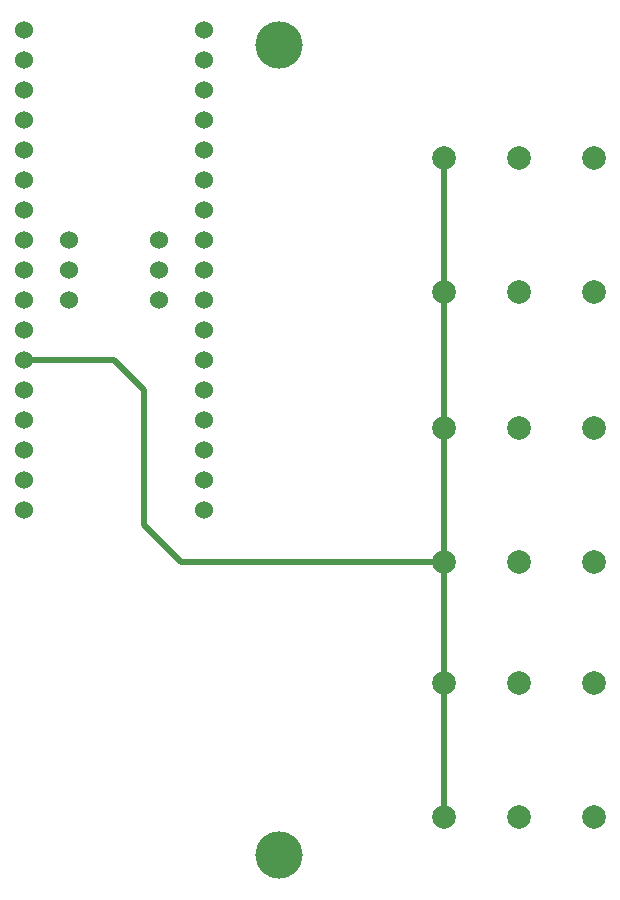
<source format=gbr>
G04 #@! TF.GenerationSoftware,KiCad,Pcbnew,5.1.5-52549c5~84~ubuntu18.04.1*
G04 #@! TF.CreationDate,2019-12-02T06:11:53-05:00*
G04 #@! TF.ProjectId,pedal-controller,70656461-6c2d-4636-9f6e-74726f6c6c65,rev?*
G04 #@! TF.SameCoordinates,Original*
G04 #@! TF.FileFunction,Copper,L2,Bot*
G04 #@! TF.FilePolarity,Positive*
%FSLAX46Y46*%
G04 Gerber Fmt 4.6, Leading zero omitted, Abs format (unit mm)*
G04 Created by KiCad (PCBNEW 5.1.5-52549c5~84~ubuntu18.04.1) date 2019-12-02 06:11:53*
%MOMM*%
%LPD*%
G04 APERTURE LIST*
%ADD10C,4.000000*%
%ADD11C,1.524000*%
%ADD12C,2.000000*%
%ADD13C,0.800000*%
%ADD14C,0.500000*%
%ADD15C,0.250000*%
G04 APERTURE END LIST*
D10*
X144780000Y-59690000D03*
X144780000Y-128270000D03*
D11*
X138430000Y-96520000D03*
X138430000Y-99060000D03*
X138430000Y-93980000D03*
X138430000Y-91440000D03*
X138430000Y-88900000D03*
X138430000Y-86360000D03*
X138430000Y-83820000D03*
X138430000Y-81280000D03*
X138430000Y-78740000D03*
X138430000Y-76200000D03*
X138430000Y-73660000D03*
X138430000Y-71120000D03*
X138430000Y-68580000D03*
X138430000Y-66040000D03*
X138430000Y-63500000D03*
X138430000Y-60960000D03*
X138430000Y-58420000D03*
X123190000Y-99060000D03*
X123190000Y-96520000D03*
X123190000Y-93980000D03*
X123190000Y-91440000D03*
X123190000Y-88900000D03*
X123190000Y-86360000D03*
X123190000Y-83820000D03*
X123190000Y-81280000D03*
X123190000Y-78740000D03*
X123190000Y-76200000D03*
X123190000Y-73660000D03*
X123190000Y-71120000D03*
X123190000Y-68580000D03*
X123190000Y-66040000D03*
X123190000Y-63500000D03*
X123190000Y-60960000D03*
X123190000Y-58420000D03*
X134620000Y-76200000D03*
X127000000Y-76200000D03*
X134620000Y-81280000D03*
X127000000Y-81280000D03*
X134620000Y-78740000D03*
X127000000Y-78740000D03*
D12*
X171450000Y-125080000D03*
X171450000Y-113680000D03*
X165100000Y-125080000D03*
X165100000Y-113680000D03*
X158750000Y-125080000D03*
X158750000Y-113680000D03*
X171450000Y-103490000D03*
X171450000Y-92090000D03*
X165100000Y-103490000D03*
X165100000Y-92090000D03*
X158750000Y-103490000D03*
X158750000Y-92090000D03*
X171450000Y-80630000D03*
X171450000Y-69230000D03*
X165100000Y-80630000D03*
X165100000Y-69230000D03*
X158750000Y-80630000D03*
X158750000Y-69230000D03*
D13*
X158750000Y-81280000D03*
D14*
X158750000Y-103490000D02*
X158750000Y-113680000D01*
D15*
X158750000Y-81280000D02*
X158750000Y-80630000D01*
D14*
X158750000Y-113680000D02*
X158750000Y-125080000D01*
X158750000Y-103490000D02*
X158750000Y-69230000D01*
X130810000Y-86360000D02*
X133350000Y-88900000D01*
X123190000Y-86360000D02*
X130810000Y-86360000D01*
X133350000Y-88900000D02*
X133350000Y-100330000D01*
X133350000Y-100330000D02*
X136510000Y-103490000D01*
X136510000Y-103490000D02*
X149860000Y-103490000D01*
X149240000Y-103490000D02*
X158750000Y-103490000D01*
M02*

</source>
